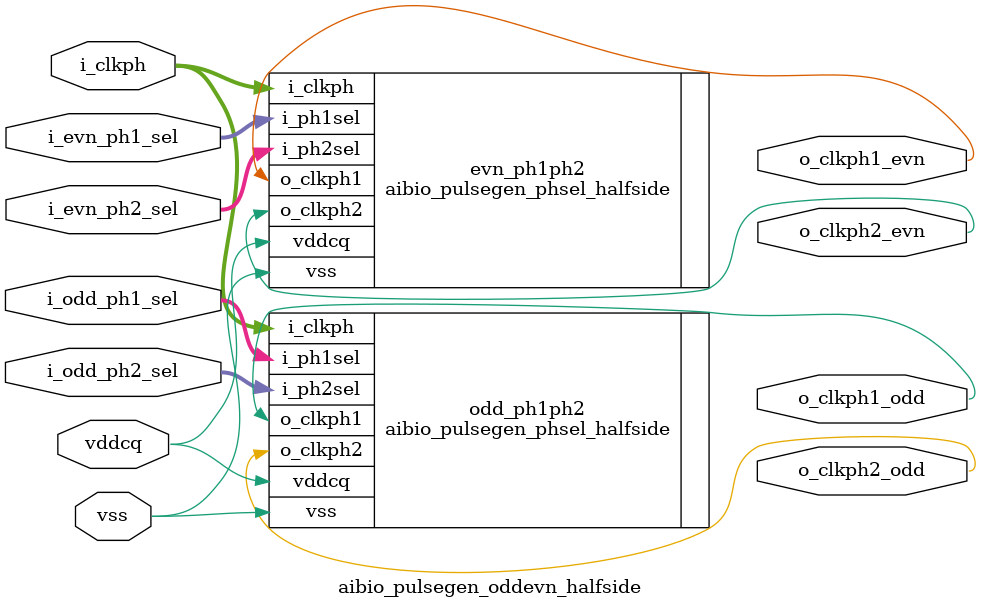
<source format=sv>
`timescale 1ps/1fs

module aibio_pulsegen_oddevn_halfside
		(
		//---------Supply pins----------//
		input vddcq,
		input vss,
		//---------Input pins----------//
		input [7:0]i_clkph,
		input [2:0]i_evn_ph1_sel,
		input [2:0]i_evn_ph2_sel,
		input [2:0]i_odd_ph1_sel,
		input [2:0]i_odd_ph2_sel,
		//--------Output pins-----------//
		output o_clkph1_evn,
		output o_clkph1_odd,
		output o_clkph2_evn,
		output o_clkph2_odd
		);

aibio_pulsegen_phsel_halfside odd_ph1ph2
		(
		.vddcq(vddcq),
		.vss(vss),
		.i_clkph(i_clkph),
		.i_ph1sel(i_odd_ph1_sel),
		.i_ph2sel(i_odd_ph2_sel),
		.o_clkph1(o_clkph1_odd),
		.o_clkph2(o_clkph2_odd)
		);

aibio_pulsegen_phsel_halfside evn_ph1ph2
		(
		.vddcq(vddcq),
		.vss(vss),
		.i_clkph(i_clkph),
		.i_ph1sel(i_evn_ph1_sel),
		.i_ph2sel(i_evn_ph2_sel),
		.o_clkph1(o_clkph1_evn),
		.o_clkph2(o_clkph2_evn)
		);

endmodule

</source>
